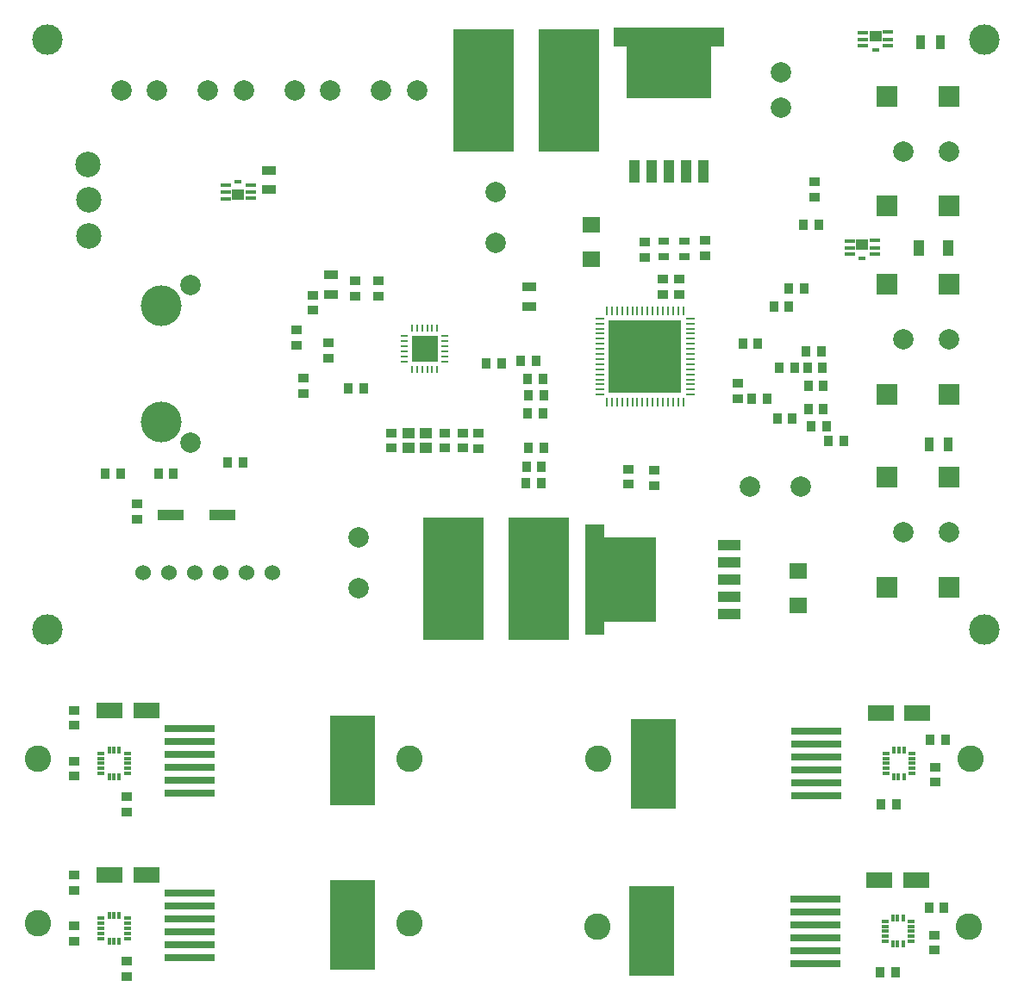
<source format=gts>
G04 (created by PCBNEW (2013-jul-07)-stable) date Tue 21 Jul 2015 08:42:06 PM PDT*
%MOIN*%
G04 Gerber Fmt 3.4, Leading zero omitted, Abs format*
%FSLAX34Y34*%
G01*
G70*
G90*
G04 APERTURE LIST*
%ADD10C,0.00590551*%
%ADD11R,0.1024X0.063*%
%ADD12R,0.0354X0.0394*%
%ADD13R,0.0394X0.0354*%
%ADD14R,0.19685X0.0299213*%
%ADD15R,0.177165X0.346457*%
%ADD16C,0.102362*%
%ADD17R,0.0314961X0.011811*%
%ADD18R,0.011811X0.0314961*%
%ADD19R,0.0472441X0.0433071*%
%ADD20C,0.06*%
%ADD21R,0.1X0.039*%
%ADD22C,0.11811*%
%ADD23R,0.0393701X0.0314961*%
%ADD24R,0.00984252X0.0334646*%
%ADD25R,0.0334646X0.00984252*%
%ADD26R,0.281496X0.281496*%
%ADD27R,0.055X0.035*%
%ADD28R,0.035X0.055*%
%ADD29C,0.0787402*%
%ADD30R,0.23622X0.472441*%
%ADD31R,0.0661417X0.0598425*%
%ADD32R,0.0394X0.0591*%
%ADD33R,0.0394X0.061*%
%ADD34C,0.15748*%
%ADD35C,0.0984252*%
%ADD36R,0.0307087X0.015748*%
%ADD37R,0.0472441X0.0393701*%
%ADD38R,0.0393701X0.0137795*%
%ADD39R,0.0984X0.0984*%
%ADD40O,0.0098X0.0315*%
%ADD41O,0.0315X0.0098*%
%ADD42C,0.0787*%
%ADD43R,0.0787X0.0787*%
%ADD44C,0.0307087*%
%ADD45R,0.425197X0.0751968*%
%ADD46R,0.042126X0.0850394*%
%ADD47R,0.327953X0.275197*%
%ADD48R,0.0751968X0.425197*%
%ADD49R,0.0850394X0.042126*%
%ADD50R,0.275197X0.327953*%
G04 APERTURE END LIST*
G54D10*
G54D11*
X66928Y-53543D03*
X68346Y-53543D03*
G54D12*
X69429Y-54606D03*
X68837Y-54606D03*
X66948Y-57086D03*
X67540Y-57086D03*
G54D13*
X69055Y-56240D03*
X69055Y-55648D03*
G54D14*
X64448Y-56761D03*
X64448Y-55761D03*
X64448Y-54761D03*
X64448Y-55261D03*
X64448Y-54261D03*
X64448Y-56261D03*
G54D15*
X58129Y-55511D03*
G54D16*
X56023Y-55314D03*
X70393Y-55314D03*
G54D17*
X67135Y-55314D03*
X67135Y-55118D03*
X68139Y-55118D03*
X67135Y-55509D03*
X67135Y-55708D03*
X67135Y-55905D03*
G54D18*
X67440Y-56013D03*
X67624Y-56013D03*
X67834Y-56013D03*
G54D17*
X68139Y-55905D03*
X68139Y-55708D03*
X68139Y-55509D03*
X68139Y-55314D03*
G54D18*
X67834Y-55009D03*
X67631Y-55009D03*
X67440Y-55009D03*
G54D11*
X38571Y-53346D03*
X37153Y-53346D03*
G54D13*
X35783Y-53921D03*
X35783Y-53329D03*
X37818Y-57260D03*
X37818Y-56668D03*
X35787Y-55886D03*
X35787Y-55294D03*
G54D14*
X40236Y-54025D03*
X40236Y-55025D03*
X40236Y-56025D03*
X40236Y-55525D03*
X40236Y-56525D03*
X40236Y-54525D03*
G54D15*
X46555Y-55275D03*
G54D16*
X34370Y-55196D03*
X48740Y-55196D03*
G54D17*
X36830Y-55196D03*
X36830Y-55000D03*
X37834Y-55000D03*
X36830Y-55391D03*
X36830Y-55590D03*
X36830Y-55787D03*
G54D18*
X37135Y-55895D03*
X37318Y-55895D03*
X37529Y-55895D03*
G54D17*
X37834Y-55787D03*
X37834Y-55590D03*
X37834Y-55391D03*
X37834Y-55196D03*
G54D18*
X37529Y-54891D03*
X37326Y-54891D03*
X37135Y-54891D03*
G54D19*
X49389Y-36240D03*
X48720Y-36240D03*
X49389Y-36791D03*
X48720Y-36791D03*
G54D20*
X42436Y-41618D03*
X43436Y-41620D03*
X38444Y-41618D03*
X39444Y-41620D03*
X41440Y-41620D03*
X40440Y-41618D03*
G54D21*
X39511Y-39409D03*
X41511Y-39409D03*
G54D22*
X34763Y-43818D03*
X34763Y-20984D03*
X70984Y-20984D03*
G54D23*
X58582Y-29389D03*
X59370Y-29389D03*
X58582Y-28799D03*
X59370Y-28799D03*
G54D24*
X59137Y-35015D03*
X59334Y-35015D03*
X57956Y-35015D03*
X58153Y-35015D03*
X58547Y-35015D03*
X58350Y-35015D03*
X58940Y-35015D03*
X58744Y-35015D03*
X57169Y-35015D03*
X57366Y-35015D03*
X57759Y-35015D03*
X57562Y-35015D03*
X56775Y-35015D03*
X56972Y-35015D03*
X56578Y-35015D03*
X56381Y-35015D03*
G54D25*
X56106Y-34740D03*
X56106Y-34543D03*
X56106Y-34149D03*
X56106Y-34346D03*
X56106Y-33559D03*
X56106Y-33362D03*
X56106Y-33755D03*
X56106Y-33952D03*
X56106Y-32377D03*
X56106Y-32181D03*
X56106Y-32771D03*
X56106Y-32574D03*
X56106Y-32968D03*
X56106Y-33165D03*
X56106Y-31787D03*
X56106Y-31984D03*
G54D24*
X56381Y-31511D03*
X56578Y-31511D03*
X56972Y-31511D03*
X56775Y-31511D03*
X57562Y-31511D03*
X57759Y-31511D03*
X57366Y-31511D03*
X57169Y-31511D03*
X58744Y-31511D03*
X58940Y-31511D03*
X58350Y-31511D03*
X58547Y-31511D03*
X58153Y-31511D03*
X57956Y-31511D03*
X59334Y-31511D03*
X59137Y-31511D03*
G54D25*
X59610Y-31984D03*
X59610Y-31787D03*
X59610Y-33165D03*
X59610Y-32968D03*
X59610Y-32574D03*
X59610Y-32763D03*
X59610Y-32181D03*
X59610Y-32377D03*
X59610Y-33952D03*
X59610Y-33755D03*
X59610Y-33362D03*
X59610Y-33559D03*
X59610Y-34346D03*
X59610Y-34149D03*
X59610Y-34543D03*
X59610Y-34740D03*
G54D26*
X57858Y-33263D03*
G54D27*
X53385Y-31319D03*
X53385Y-30569D03*
G54D22*
X70984Y-43818D03*
G54D12*
X46396Y-34488D03*
X46988Y-34488D03*
X53957Y-36791D03*
X53365Y-36791D03*
X53858Y-37519D03*
X53266Y-37519D03*
X53839Y-38149D03*
X53247Y-38149D03*
X53918Y-34133D03*
X53326Y-34133D03*
X53957Y-34763D03*
X53365Y-34763D03*
X53918Y-35472D03*
X53326Y-35472D03*
G54D13*
X45629Y-33327D03*
X45629Y-32735D03*
X44645Y-34113D03*
X44645Y-34705D03*
X45000Y-31477D03*
X45000Y-30885D03*
X44370Y-32223D03*
X44370Y-32815D03*
G54D12*
X37579Y-37795D03*
X36987Y-37795D03*
G54D13*
X57204Y-37617D03*
X57204Y-38209D03*
G54D12*
X39626Y-37795D03*
X39034Y-37795D03*
X42303Y-37362D03*
X41711Y-37362D03*
X61987Y-34881D03*
X62579Y-34881D03*
X63642Y-33681D03*
X63050Y-33681D03*
X62833Y-31338D03*
X63425Y-31338D03*
X63424Y-30629D03*
X64016Y-30629D03*
X64959Y-36515D03*
X65551Y-36515D03*
X64666Y-33051D03*
X64074Y-33051D03*
X64764Y-34389D03*
X64172Y-34389D03*
X64133Y-33681D03*
X64725Y-33681D03*
G54D28*
X69272Y-21102D03*
X68522Y-21102D03*
X69587Y-36653D03*
X68837Y-36653D03*
G54D12*
X52303Y-33543D03*
X51711Y-33543D03*
G54D13*
X46653Y-30333D03*
X46653Y-30925D03*
X50826Y-36811D03*
X50826Y-36219D03*
X51417Y-36831D03*
X51417Y-36239D03*
X50118Y-36811D03*
X50118Y-36219D03*
X48051Y-36811D03*
X48051Y-36219D03*
X47559Y-30333D03*
X47559Y-30925D03*
X61437Y-34290D03*
X61437Y-34882D03*
G54D12*
X53050Y-33425D03*
X53642Y-33425D03*
X62225Y-32755D03*
X61633Y-32755D03*
G54D13*
X59173Y-30255D03*
X59173Y-30847D03*
X57864Y-28837D03*
X57864Y-29429D03*
X60196Y-29370D03*
X60196Y-28778D03*
X58543Y-30255D03*
X58543Y-30847D03*
X58208Y-37676D03*
X58208Y-38268D03*
X38228Y-39547D03*
X38228Y-38955D03*
G54D29*
X40964Y-22952D03*
X42342Y-22952D03*
G54D30*
X54921Y-22952D03*
X51614Y-22952D03*
X53740Y-41850D03*
X50433Y-41850D03*
G54D31*
X55787Y-28149D03*
X55787Y-29488D03*
X63779Y-42893D03*
X63779Y-41555D03*
G54D29*
X44311Y-22952D03*
X45689Y-22952D03*
X37618Y-22952D03*
X38996Y-22952D03*
X47657Y-22952D03*
X49035Y-22952D03*
G54D27*
X43307Y-26062D03*
X43307Y-26812D03*
G54D12*
X64882Y-35964D03*
X64290Y-35964D03*
G54D32*
X69591Y-29061D03*
G54D33*
X68439Y-29057D03*
G54D12*
X64172Y-35295D03*
X64764Y-35295D03*
G54D13*
X64409Y-26495D03*
X64409Y-27087D03*
G54D12*
X63975Y-28149D03*
X64567Y-28149D03*
X62971Y-35649D03*
X63563Y-35649D03*
G54D29*
X52086Y-26889D03*
X52086Y-28858D03*
X63897Y-38307D03*
X61929Y-38307D03*
X46771Y-42244D03*
X46771Y-40275D03*
X63110Y-23641D03*
X63110Y-22263D03*
G54D27*
X45708Y-30097D03*
X45708Y-30847D03*
G54D34*
X39146Y-35793D03*
X39146Y-31293D03*
G54D29*
X40295Y-30494D03*
X40295Y-36592D03*
G54D35*
X36299Y-25826D03*
X36338Y-28582D03*
X36338Y-27204D03*
G54D36*
X42125Y-26485D03*
G54D37*
X42125Y-27000D03*
G54D38*
X42618Y-27145D03*
X42618Y-26889D03*
X42618Y-26633D03*
X41633Y-26633D03*
X41633Y-26889D03*
X41633Y-27165D03*
G54D36*
X66771Y-21388D03*
G54D37*
X66771Y-20874D03*
G54D38*
X66279Y-20728D03*
X66279Y-20984D03*
X66279Y-21240D03*
X67263Y-21240D03*
X67263Y-20984D03*
X67263Y-20708D03*
G54D36*
X66259Y-29459D03*
G54D37*
X66259Y-28944D03*
G54D38*
X65767Y-28799D03*
X65767Y-29055D03*
X65767Y-29311D03*
X66751Y-29311D03*
X66751Y-29055D03*
X66751Y-28779D03*
G54D39*
X49334Y-32964D03*
G54D40*
X48842Y-33751D03*
X49039Y-33751D03*
X49236Y-33751D03*
X49432Y-33751D03*
X49629Y-33751D03*
X49826Y-33751D03*
G54D41*
X50121Y-33456D03*
X50121Y-33259D03*
X50121Y-33062D03*
X50121Y-32866D03*
X50121Y-32669D03*
X50121Y-32472D03*
G54D40*
X49826Y-32177D03*
X49629Y-32177D03*
X49432Y-32177D03*
X49236Y-32177D03*
X49039Y-32177D03*
X48842Y-32177D03*
G54D41*
X48547Y-32472D03*
X48547Y-32669D03*
X48547Y-32866D03*
X48547Y-33062D03*
X48547Y-33259D03*
X48547Y-33456D03*
G54D42*
X67834Y-40078D03*
G54D43*
X69606Y-42208D03*
X67204Y-42208D03*
X69606Y-37946D03*
X67204Y-37946D03*
G54D42*
X69606Y-40078D03*
X67834Y-25314D03*
G54D43*
X69606Y-27444D03*
X67204Y-27444D03*
X69606Y-23182D03*
X67204Y-23182D03*
G54D42*
X69606Y-25314D03*
X67834Y-32598D03*
G54D43*
X69606Y-34728D03*
X67204Y-34728D03*
X69606Y-30466D03*
X67204Y-30466D03*
G54D42*
X69606Y-32598D03*
G54D44*
X60551Y-20984D03*
X57007Y-20984D03*
X59960Y-22755D03*
X59960Y-22165D03*
X59960Y-21574D03*
X59960Y-20984D03*
X58779Y-22755D03*
X58779Y-22165D03*
X58779Y-21574D03*
X58779Y-20984D03*
X59370Y-20984D03*
X59370Y-21574D03*
X59370Y-22165D03*
X59370Y-22755D03*
X58188Y-22755D03*
X58188Y-22165D03*
X58188Y-21574D03*
X58188Y-20984D03*
X57598Y-20984D03*
X57598Y-21574D03*
X57598Y-22165D03*
G54D45*
X58779Y-20901D03*
G54D46*
X59448Y-26102D03*
X60118Y-26102D03*
X58779Y-26102D03*
X58110Y-26102D03*
X57440Y-26102D03*
G54D47*
X58779Y-21899D03*
G54D44*
X57598Y-22755D03*
X55984Y-40118D03*
X55984Y-43661D03*
X57755Y-40708D03*
X57165Y-40708D03*
X56574Y-40708D03*
X55984Y-40708D03*
X57755Y-41889D03*
X57165Y-41889D03*
X56574Y-41889D03*
X55984Y-41889D03*
X55984Y-41299D03*
X56574Y-41299D03*
X57165Y-41299D03*
X57755Y-41299D03*
X57755Y-42480D03*
X57165Y-42480D03*
X56574Y-42480D03*
X55984Y-42480D03*
X55984Y-43070D03*
X56574Y-43070D03*
X57165Y-43070D03*
G54D48*
X55901Y-41889D03*
G54D49*
X61102Y-41220D03*
X61102Y-40551D03*
X61102Y-41889D03*
X61102Y-42559D03*
X61102Y-43228D03*
G54D50*
X56899Y-41889D03*
G54D44*
X57755Y-43070D03*
G54D17*
X36830Y-48818D03*
X36830Y-48622D03*
X37834Y-48622D03*
X36830Y-49013D03*
X36830Y-49212D03*
X36830Y-49409D03*
G54D18*
X37135Y-49517D03*
X37318Y-49517D03*
X37529Y-49517D03*
G54D17*
X37834Y-49409D03*
X37834Y-49212D03*
X37834Y-49013D03*
X37834Y-48818D03*
G54D18*
X37529Y-48513D03*
X37326Y-48513D03*
X37135Y-48513D03*
G54D16*
X48740Y-48818D03*
X34370Y-48818D03*
G54D14*
X40236Y-47647D03*
X40236Y-48647D03*
X40236Y-49647D03*
X40236Y-49147D03*
X40236Y-50147D03*
X40236Y-48147D03*
G54D15*
X46555Y-48897D03*
G54D13*
X35787Y-49508D03*
X35787Y-48916D03*
X37818Y-50882D03*
X37818Y-50290D03*
X35783Y-47544D03*
X35783Y-46952D03*
G54D11*
X38571Y-46968D03*
X37153Y-46968D03*
G54D17*
X67175Y-48818D03*
X67175Y-48622D03*
X68179Y-48622D03*
X67175Y-49013D03*
X67175Y-49212D03*
X67175Y-49409D03*
G54D18*
X67480Y-49517D03*
X67663Y-49517D03*
X67874Y-49517D03*
G54D17*
X68179Y-49409D03*
X68179Y-49212D03*
X68179Y-49013D03*
X68179Y-48818D03*
G54D18*
X67874Y-48513D03*
X67671Y-48513D03*
X67480Y-48513D03*
G54D16*
X70433Y-48818D03*
X56062Y-48818D03*
G54D14*
X64488Y-50265D03*
X64488Y-49265D03*
X64488Y-48265D03*
X64488Y-48765D03*
X64488Y-47765D03*
X64488Y-49765D03*
G54D15*
X58169Y-49015D03*
G54D13*
X69094Y-49744D03*
X69094Y-49152D03*
G54D12*
X66987Y-50590D03*
X67579Y-50590D03*
X69469Y-48110D03*
X68877Y-48110D03*
G54D11*
X66968Y-47047D03*
X68386Y-47047D03*
M02*

</source>
